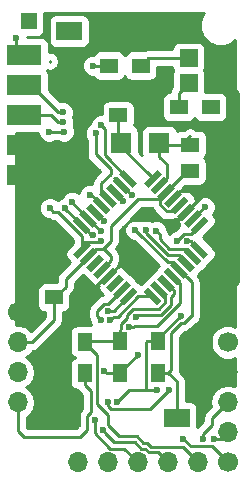
<source format=gtl>
G04 #@! TF.FileFunction,Copper,L1,Top,Signal*
%FSLAX46Y46*%
G04 Gerber Fmt 4.6, Leading zero omitted, Abs format (unit mm)*
G04 Created by KiCad (PCBNEW 4.0.2-stable) date 01.06.2017 12:53:20*
%MOMM*%
G01*
G04 APERTURE LIST*
%ADD10C,0.100000*%
%ADD11C,1.700000*%
%ADD12O,1.700000X1.700000*%
%ADD13R,3.000000X1.700000*%
%ADD14R,2.180000X1.600000*%
%ADD15R,1.500000X1.250000*%
%ADD16R,1.500000X1.500000*%
%ADD17R,1.300000X1.500000*%
%ADD18R,1.500000X1.300000*%
%ADD19R,1.750000X1.800000*%
%ADD20R,1.350000X1.350000*%
%ADD21C,0.600000*%
%ADD22C,0.250000*%
%ADD23C,0.254000*%
G04 APERTURE END LIST*
D10*
D11*
X170878500Y-111061500D03*
D12*
X170878500Y-113601500D03*
X170878500Y-116141500D03*
X170878500Y-118681500D03*
D13*
X171410500Y-89281000D03*
X171410500Y-94361000D03*
X171410500Y-99441000D03*
X171386500Y-91821000D03*
X171386500Y-96901000D03*
D10*
G36*
X186648834Y-102926055D02*
X187037743Y-103314964D01*
X185906372Y-104446335D01*
X185517463Y-104057426D01*
X186648834Y-102926055D01*
X186648834Y-102926055D01*
G37*
G36*
X186083148Y-102360370D02*
X186472057Y-102749279D01*
X185340686Y-103880650D01*
X184951777Y-103491741D01*
X186083148Y-102360370D01*
X186083148Y-102360370D01*
G37*
G36*
X185517463Y-101794684D02*
X185906372Y-102183593D01*
X184775001Y-103314964D01*
X184386092Y-102926055D01*
X185517463Y-101794684D01*
X185517463Y-101794684D01*
G37*
G36*
X184951778Y-101228999D02*
X185340687Y-101617908D01*
X184209316Y-102749279D01*
X183820407Y-102360370D01*
X184951778Y-101228999D01*
X184951778Y-101228999D01*
G37*
G36*
X184386092Y-100663313D02*
X184775001Y-101052222D01*
X183643630Y-102183593D01*
X183254721Y-101794684D01*
X184386092Y-100663313D01*
X184386092Y-100663313D01*
G37*
G36*
X183820407Y-100097628D02*
X184209316Y-100486537D01*
X183077945Y-101617908D01*
X182689036Y-101228999D01*
X183820407Y-100097628D01*
X183820407Y-100097628D01*
G37*
G36*
X183254721Y-99531943D02*
X183643630Y-99920852D01*
X182512259Y-101052223D01*
X182123350Y-100663314D01*
X183254721Y-99531943D01*
X183254721Y-99531943D01*
G37*
G36*
X182689036Y-98966257D02*
X183077945Y-99355166D01*
X181946574Y-100486537D01*
X181557665Y-100097628D01*
X182689036Y-98966257D01*
X182689036Y-98966257D01*
G37*
G36*
X179507055Y-99355166D02*
X179895964Y-98966257D01*
X181027335Y-100097628D01*
X180638426Y-100486537D01*
X179507055Y-99355166D01*
X179507055Y-99355166D01*
G37*
G36*
X178941370Y-99920852D02*
X179330279Y-99531943D01*
X180461650Y-100663314D01*
X180072741Y-101052223D01*
X178941370Y-99920852D01*
X178941370Y-99920852D01*
G37*
G36*
X178375684Y-100486537D02*
X178764593Y-100097628D01*
X179895964Y-101228999D01*
X179507055Y-101617908D01*
X178375684Y-100486537D01*
X178375684Y-100486537D01*
G37*
G36*
X177809999Y-101052222D02*
X178198908Y-100663313D01*
X179330279Y-101794684D01*
X178941370Y-102183593D01*
X177809999Y-101052222D01*
X177809999Y-101052222D01*
G37*
G36*
X177244313Y-101617908D02*
X177633222Y-101228999D01*
X178764593Y-102360370D01*
X178375684Y-102749279D01*
X177244313Y-101617908D01*
X177244313Y-101617908D01*
G37*
G36*
X176678628Y-102183593D02*
X177067537Y-101794684D01*
X178198908Y-102926055D01*
X177809999Y-103314964D01*
X176678628Y-102183593D01*
X176678628Y-102183593D01*
G37*
G36*
X176112943Y-102749279D02*
X176501852Y-102360370D01*
X177633223Y-103491741D01*
X177244314Y-103880650D01*
X176112943Y-102749279D01*
X176112943Y-102749279D01*
G37*
G36*
X175547257Y-103314964D02*
X175936166Y-102926055D01*
X177067537Y-104057426D01*
X176678628Y-104446335D01*
X175547257Y-103314964D01*
X175547257Y-103314964D01*
G37*
G36*
X176678628Y-104976665D02*
X177067537Y-105365574D01*
X175936166Y-106496945D01*
X175547257Y-106108036D01*
X176678628Y-104976665D01*
X176678628Y-104976665D01*
G37*
G36*
X177244314Y-105542350D02*
X177633223Y-105931259D01*
X176501852Y-107062630D01*
X176112943Y-106673721D01*
X177244314Y-105542350D01*
X177244314Y-105542350D01*
G37*
G36*
X177809999Y-106108036D02*
X178198908Y-106496945D01*
X177067537Y-107628316D01*
X176678628Y-107239407D01*
X177809999Y-106108036D01*
X177809999Y-106108036D01*
G37*
G36*
X178375684Y-106673721D02*
X178764593Y-107062630D01*
X177633222Y-108194001D01*
X177244313Y-107805092D01*
X178375684Y-106673721D01*
X178375684Y-106673721D01*
G37*
G36*
X178941370Y-107239407D02*
X179330279Y-107628316D01*
X178198908Y-108759687D01*
X177809999Y-108370778D01*
X178941370Y-107239407D01*
X178941370Y-107239407D01*
G37*
G36*
X179507055Y-107805092D02*
X179895964Y-108194001D01*
X178764593Y-109325372D01*
X178375684Y-108936463D01*
X179507055Y-107805092D01*
X179507055Y-107805092D01*
G37*
G36*
X180072741Y-108370777D02*
X180461650Y-108759686D01*
X179330279Y-109891057D01*
X178941370Y-109502148D01*
X180072741Y-108370777D01*
X180072741Y-108370777D01*
G37*
G36*
X180638426Y-108936463D02*
X181027335Y-109325372D01*
X179895964Y-110456743D01*
X179507055Y-110067834D01*
X180638426Y-108936463D01*
X180638426Y-108936463D01*
G37*
G36*
X181557665Y-109325372D02*
X181946574Y-108936463D01*
X183077945Y-110067834D01*
X182689036Y-110456743D01*
X181557665Y-109325372D01*
X181557665Y-109325372D01*
G37*
G36*
X182123350Y-108759686D02*
X182512259Y-108370777D01*
X183643630Y-109502148D01*
X183254721Y-109891057D01*
X182123350Y-108759686D01*
X182123350Y-108759686D01*
G37*
G36*
X182689036Y-108194001D02*
X183077945Y-107805092D01*
X184209316Y-108936463D01*
X183820407Y-109325372D01*
X182689036Y-108194001D01*
X182689036Y-108194001D01*
G37*
G36*
X183254721Y-107628316D02*
X183643630Y-107239407D01*
X184775001Y-108370778D01*
X184386092Y-108759687D01*
X183254721Y-107628316D01*
X183254721Y-107628316D01*
G37*
G36*
X183820407Y-107062630D02*
X184209316Y-106673721D01*
X185340687Y-107805092D01*
X184951778Y-108194001D01*
X183820407Y-107062630D01*
X183820407Y-107062630D01*
G37*
G36*
X184386092Y-106496945D02*
X184775001Y-106108036D01*
X185906372Y-107239407D01*
X185517463Y-107628316D01*
X184386092Y-106496945D01*
X184386092Y-106496945D01*
G37*
G36*
X184951777Y-105931259D02*
X185340686Y-105542350D01*
X186472057Y-106673721D01*
X186083148Y-107062630D01*
X184951777Y-105931259D01*
X184951777Y-105931259D01*
G37*
G36*
X185517463Y-105365574D02*
X185906372Y-104976665D01*
X187037743Y-106108036D01*
X186648834Y-106496945D01*
X185517463Y-105365574D01*
X185517463Y-105365574D01*
G37*
D11*
X188658500Y-113601500D03*
D12*
X188658500Y-116141500D03*
X188658500Y-118681500D03*
X188658500Y-121221500D03*
D11*
X188722000Y-123761500D03*
D12*
X186182000Y-123761500D03*
X183642000Y-123761500D03*
X181102000Y-123761500D03*
X178562000Y-123761500D03*
X176022000Y-123761500D03*
D14*
X184358500Y-120015000D03*
X175178500Y-120015000D03*
X175242000Y-87249000D03*
X184422000Y-87249000D03*
D15*
X185503500Y-99060000D03*
X188003500Y-99060000D03*
D16*
X185357500Y-91630500D03*
X188657500Y-91630500D03*
X185357500Y-89535000D03*
X188657500Y-89535000D03*
D17*
X182753000Y-113483400D03*
X182753000Y-116183400D03*
D18*
X184527200Y-93675200D03*
X187227200Y-93675200D03*
X181309000Y-90170000D03*
X178609000Y-90170000D03*
D15*
X185516200Y-96850200D03*
X188016200Y-96850200D03*
X179394800Y-94361000D03*
X181894800Y-94361000D03*
D19*
X182879400Y-96723200D03*
X179629400Y-96723200D03*
D20*
X171831000Y-86423500D03*
D17*
X179578000Y-113521500D03*
X179578000Y-116221500D03*
D15*
X173946500Y-109791500D03*
X176446500Y-109791500D03*
D17*
X176606200Y-116230400D03*
X176606200Y-113530400D03*
D21*
X185503500Y-99060000D03*
X170713400Y-87807800D03*
X179311211Y-118643793D03*
X184681349Y-111336643D03*
X182651400Y-117602000D03*
X172948600Y-108026200D03*
X175031400Y-111556800D03*
X184463620Y-103700969D03*
X182610000Y-88282000D03*
X187202444Y-93650444D03*
X186740800Y-102133400D03*
X177952400Y-95224600D03*
X177266600Y-90170000D03*
X177495200Y-95910400D03*
X175242000Y-87249000D03*
X178173279Y-103360831D03*
X185262592Y-105047466D03*
X175477635Y-101692255D03*
X177964335Y-104182336D03*
X174911941Y-102257948D03*
X177225415Y-104509118D03*
X173609000Y-102235000D03*
X177935643Y-104981834D03*
X174794569Y-95783400D03*
X180843167Y-104079582D03*
X173542780Y-95782303D03*
X181761665Y-104093553D03*
X174752000Y-94970600D03*
X174736032Y-94102935D03*
X182606384Y-104137402D03*
X186613800Y-121742200D03*
X177933614Y-111684448D03*
X187477400Y-121767600D03*
X178521116Y-110944877D03*
X184912000Y-121772168D03*
X178737651Y-111715027D03*
X184378600Y-105029000D03*
X178079916Y-121047472D03*
X180888280Y-111444384D03*
X177395488Y-120134999D03*
X180304297Y-112259829D03*
X180568582Y-101093042D03*
X181111980Y-114637258D03*
X178206400Y-116052600D03*
X183733480Y-117602000D03*
X178511200Y-118643400D03*
X179807225Y-101635380D03*
X177012600Y-101093042D03*
D22*
X173634400Y-89754900D02*
X173634400Y-89839800D01*
X185503500Y-99060000D02*
X185628500Y-99060000D01*
X170878500Y-113601500D02*
X172080581Y-113601500D01*
X172080581Y-113601500D02*
X173946500Y-111735581D01*
X173946500Y-111735581D02*
X173946500Y-109791500D01*
X182753000Y-113483400D02*
X182753000Y-113264992D01*
X182753000Y-113264992D02*
X184681349Y-111336643D01*
X181737000Y-117602000D02*
X180416200Y-117602000D01*
X182651400Y-117602000D02*
X181737000Y-117602000D01*
X182753000Y-113483400D02*
X181853000Y-113483400D01*
X181853000Y-113483400D02*
X181737000Y-113599400D01*
X181737000Y-113599400D02*
X181737000Y-117602000D01*
X170713400Y-87807800D02*
X170713400Y-88583900D01*
X170713400Y-88583900D02*
X171410500Y-89281000D01*
X179611210Y-118343794D02*
X179311211Y-118643793D01*
X180353004Y-117602000D02*
X179611210Y-118343794D01*
X180416200Y-117602000D02*
X180353004Y-117602000D01*
X178798280Y-103772554D02*
X181076671Y-101494163D01*
X178798280Y-105003109D02*
X178798280Y-103772554D01*
X178130200Y-105671189D02*
X178798280Y-105003109D01*
X181076671Y-101494163D02*
X182812781Y-101494163D01*
X178790600Y-106273600D02*
X178790600Y-106647714D01*
X178790600Y-106647714D02*
X178004453Y-107433861D01*
X178188189Y-105671189D02*
X178790600Y-106273600D01*
X178130200Y-105671189D02*
X178188189Y-105671189D01*
X176873083Y-106302490D02*
X177509478Y-105666095D01*
X178125106Y-105666095D02*
X178130200Y-105671189D01*
X177509478Y-105666095D02*
X178125106Y-105666095D01*
X171410500Y-89281000D02*
X172060500Y-89281000D01*
X176873083Y-106302490D02*
X177392547Y-105783026D01*
X182929711Y-101611093D02*
X182812781Y-101494163D01*
X182929711Y-101929309D02*
X182929711Y-101611093D01*
X183509005Y-102508603D02*
X182929711Y-101929309D01*
X184580547Y-101989139D02*
X184061083Y-102508603D01*
X184061083Y-102508603D02*
X183509005Y-102508603D01*
X173946500Y-109791500D02*
X174071500Y-109791500D01*
X174071500Y-109791500D02*
X174946500Y-108916500D01*
X174946500Y-108916500D02*
X174946500Y-108229073D01*
X174946500Y-108229073D02*
X176236688Y-106938885D01*
X176236688Y-106938885D02*
X176873083Y-106302490D01*
X182812781Y-101494163D02*
X183449176Y-100857768D01*
X183449176Y-100857768D02*
X185246944Y-99060000D01*
X185246944Y-99060000D02*
X185503500Y-99060000D01*
X171551600Y-108026200D02*
X170878500Y-108699300D01*
X170878500Y-108699300D02*
X170878500Y-111061500D01*
X172948600Y-108026200D02*
X171551600Y-108026200D01*
X175031400Y-111556800D02*
X175031400Y-111206600D01*
X175031400Y-111206600D02*
X176446500Y-109791500D01*
X187273890Y-111210447D02*
X187273890Y-110786183D01*
X189534800Y-108525273D02*
X187573889Y-110486184D01*
X187273890Y-114756890D02*
X187273890Y-111210447D01*
X188657500Y-91630500D02*
X189534800Y-92507800D01*
X189534800Y-92507800D02*
X189534800Y-108525273D01*
X187573889Y-110486184D02*
X187273890Y-110786183D01*
X188658500Y-116141500D02*
X187273890Y-114756890D01*
X180721000Y-103200200D02*
X180467000Y-103200200D01*
X179730400Y-106832400D02*
X179603400Y-106959400D01*
X179730400Y-103936800D02*
X179730400Y-106832400D01*
X180467000Y-103200200D02*
X179730400Y-103936800D01*
X175156334Y-120015000D02*
X175178500Y-120015000D01*
X184150000Y-103200200D02*
X184150000Y-103191219D01*
X180721000Y-103200200D02*
X184150000Y-103200200D01*
X184463620Y-103276705D02*
X184463620Y-103700969D01*
X184463620Y-103237436D02*
X184463620Y-103276705D01*
X185146232Y-102554824D02*
X184463620Y-103237436D01*
X171348400Y-99503100D02*
X171410500Y-99441000D01*
X184422000Y-87249000D02*
X183082000Y-87249000D01*
X183082000Y-87249000D02*
X182610000Y-87721000D01*
X182610000Y-87721000D02*
X182610000Y-88282000D01*
X172643800Y-96901000D02*
X171386500Y-96901000D01*
X175178500Y-120015000D02*
X174888500Y-120015000D01*
X179603400Y-106959400D02*
X179603400Y-106966286D01*
X179603400Y-106966286D02*
X178570139Y-107999547D01*
X184509837Y-103191219D02*
X184150000Y-103191219D01*
X185146232Y-102554824D02*
X184509837Y-103191219D01*
X176446500Y-109791500D02*
X176571500Y-109791500D01*
X176571500Y-109791500D02*
X178363453Y-107999547D01*
X178363453Y-107999547D02*
X178570139Y-107999547D01*
X188657500Y-91630500D02*
X187657500Y-91630500D01*
X184014861Y-101423453D02*
X184651256Y-100787058D01*
X184651256Y-100787058D02*
X186151442Y-100787058D01*
X186151442Y-100787058D02*
X187878500Y-99060000D01*
X187878500Y-99060000D02*
X188003500Y-99060000D01*
X185146232Y-102554824D02*
X188003500Y-99697556D01*
X188003500Y-99697556D02*
X188003500Y-99060000D01*
X186740800Y-102133400D02*
X186699027Y-102133400D01*
X186699027Y-102133400D02*
X185711917Y-103120510D01*
X180267195Y-99726397D02*
X178533998Y-97993200D01*
X177952400Y-95224600D02*
X178252399Y-95524599D01*
X178252399Y-95524599D02*
X178252399Y-97711601D01*
X178252399Y-97711601D02*
X178533998Y-97993200D01*
X178609000Y-90170000D02*
X177266600Y-90170000D01*
X177495200Y-95910400D02*
X177495200Y-97663000D01*
X177495200Y-97663000D02*
X178765200Y-98933000D01*
X178765200Y-99314000D02*
X177933744Y-100145456D01*
X177933744Y-100145456D02*
X177933744Y-100787058D01*
X177933744Y-100787058D02*
X178570139Y-101423453D01*
X178765200Y-98933000D02*
X178765200Y-99314000D01*
X177438768Y-102554824D02*
X178173279Y-103289335D01*
X178173279Y-103289335D02*
X178173279Y-103360831D01*
X186277603Y-105736805D02*
X185588264Y-105047466D01*
X185588264Y-105047466D02*
X185262592Y-105047466D01*
X184527200Y-93675200D02*
X184527200Y-92460800D01*
X184527200Y-92460800D02*
X185357500Y-91630500D01*
X185357500Y-89535000D02*
X181944000Y-89535000D01*
X181944000Y-89535000D02*
X181309000Y-90170000D01*
X175477635Y-101725062D02*
X175477635Y-101692255D01*
X176873083Y-103120510D02*
X175477635Y-101725062D01*
X176873083Y-103120510D02*
X177934909Y-104182336D01*
X177934909Y-104182336D02*
X177964335Y-104182336D01*
X174911941Y-102290739D02*
X174911941Y-102257948D01*
X176307397Y-103686195D02*
X174911941Y-102290739D01*
X176307397Y-103686195D02*
X177130320Y-104509118D01*
X177130320Y-104509118D02*
X177225415Y-104509118D01*
X174264599Y-102534999D02*
X176307397Y-104577797D01*
X176307397Y-104577797D02*
X176307397Y-105736805D01*
X173609000Y-102235000D02*
X173908999Y-102534999D01*
X173908999Y-102534999D02*
X174264599Y-102534999D01*
X177783358Y-105134119D02*
X177935643Y-104981834D01*
X176307397Y-105736805D02*
X176307397Y-105247896D01*
X176421174Y-105134119D02*
X177783358Y-105134119D01*
X176307397Y-105247896D02*
X176421174Y-105134119D01*
X182753000Y-116183400D02*
X183653000Y-116183400D01*
X183653000Y-116183400D02*
X184358500Y-116888900D01*
X184358500Y-116888900D02*
X184358500Y-118965000D01*
X184358500Y-118965000D02*
X184358500Y-120015000D01*
X185633001Y-111379000D02*
X185633001Y-108486315D01*
X183896000Y-115940400D02*
X183896000Y-112791152D01*
X183896000Y-112791152D02*
X184725508Y-111961644D01*
X184725508Y-111961644D02*
X184981350Y-111961644D01*
X184981350Y-111961644D02*
X185563994Y-111379000D01*
X185563994Y-111379000D02*
X185633001Y-111379000D01*
X183653000Y-116183400D02*
X183896000Y-115940400D01*
X173542780Y-95782303D02*
X174793472Y-95782303D01*
X174793472Y-95782303D02*
X174794569Y-95783400D01*
X181163781Y-104379581D02*
X183581666Y-106797466D01*
X183581666Y-106797466D02*
X183944152Y-106797466D01*
X183944152Y-106797466D02*
X184580547Y-107433861D01*
X180843167Y-104079582D02*
X181143166Y-104379581D01*
X181143166Y-104379581D02*
X181163781Y-104379581D01*
X185633001Y-108486315D02*
X185216942Y-108070256D01*
X185216942Y-108070256D02*
X184580547Y-107433861D01*
X184658000Y-119715500D02*
X184358500Y-120015000D01*
X183652391Y-106231781D02*
X181761665Y-104341055D01*
X185146232Y-106868176D02*
X184509837Y-106231781D01*
X184509837Y-106231781D02*
X183652391Y-106231781D01*
X181761665Y-104341055D02*
X181761665Y-104093553D01*
X173718136Y-94361000D02*
X174327736Y-94970600D01*
X171410500Y-94361000D02*
X173718136Y-94361000D01*
X174327736Y-94970600D02*
X174752000Y-94970600D01*
X174318435Y-94102935D02*
X174736032Y-94102935D01*
X172036500Y-91821000D02*
X174318435Y-94102935D01*
X171386500Y-91821000D02*
X172036500Y-91821000D01*
X182906383Y-104437401D02*
X182606384Y-104137402D01*
X185711917Y-106302490D02*
X185063428Y-105654001D01*
X185063428Y-105654001D02*
X183711021Y-105654001D01*
X183711021Y-105654001D02*
X182906383Y-104849363D01*
X182906383Y-104849363D02*
X182906383Y-104437401D01*
X186613800Y-121742200D02*
X186613800Y-121317936D01*
X186613800Y-121317936D02*
X187357936Y-120573800D01*
X187357936Y-120573800D02*
X187357936Y-119982064D01*
X187357936Y-119982064D02*
X188658500Y-118681500D01*
X188658500Y-118910100D02*
X188658500Y-118681500D01*
X177633615Y-110907848D02*
X177633615Y-111384449D01*
X178221588Y-110319875D02*
X177633615Y-110907848D01*
X179701510Y-109130917D02*
X178512552Y-110319875D01*
X178512552Y-110319875D02*
X178221588Y-110319875D01*
X177633615Y-111384449D02*
X177933614Y-111684448D01*
X187477400Y-121767600D02*
X188112400Y-121767600D01*
X188112400Y-121767600D02*
X188658500Y-121221500D01*
X178945380Y-110944877D02*
X178521116Y-110944877D01*
X179018921Y-110944877D02*
X178945380Y-110944877D01*
X180267195Y-109696603D02*
X179018921Y-110944877D01*
X187872001Y-122911501D02*
X188722000Y-123761500D01*
X185532433Y-122392601D02*
X187353101Y-122392601D01*
X187353101Y-122392601D02*
X187872001Y-122911501D01*
X184912000Y-121772168D02*
X185532433Y-122392601D01*
X179397313Y-111415028D02*
X179037650Y-111415028D01*
X181115738Y-109696603D02*
X179397313Y-111415028D01*
X179037650Y-111415028D02*
X178737651Y-111715027D01*
X182317805Y-109696603D02*
X181115738Y-109696603D01*
X181590597Y-109696603D02*
X182317805Y-109696603D01*
X182317805Y-109696603D02*
X182317805Y-109705995D01*
X184962591Y-104422465D02*
X185541333Y-104422465D01*
X185541333Y-104422465D02*
X186277603Y-103686195D01*
X184378600Y-105029000D02*
X184637591Y-104770009D01*
X184637591Y-104770009D02*
X184637591Y-104747465D01*
X184637591Y-104747465D02*
X184962591Y-104422465D01*
X178535227Y-119728410D02*
X178535227Y-120619289D01*
X180964398Y-121564400D02*
X181536486Y-122136488D01*
X178535227Y-120619289D02*
X179480338Y-121564400D01*
X179480338Y-121564400D02*
X180964398Y-121564400D01*
X185332001Y-122911501D02*
X186182000Y-123761500D01*
X181852401Y-122136488D02*
X182159313Y-122443401D01*
X181536486Y-122136488D02*
X181852401Y-122136488D01*
X182159313Y-122443401D02*
X184863901Y-122443401D01*
X177581201Y-118774384D02*
X178535227Y-119728410D01*
X177581201Y-117703600D02*
X177581201Y-118774384D01*
X184863901Y-122443401D02*
X185332001Y-122911501D01*
X177644151Y-114668351D02*
X177644151Y-115280389D01*
X176606200Y-113630400D02*
X177644151Y-114668351D01*
X176606200Y-113530400D02*
X176606200Y-113630400D01*
X177581201Y-115343339D02*
X177581201Y-117703600D01*
X177644151Y-115280389D02*
X177581201Y-115343339D01*
X177581201Y-117703600D02*
X177581201Y-118491000D01*
X183402955Y-110202459D02*
X183402955Y-109650382D01*
X180145013Y-111303740D02*
X180667000Y-110781753D01*
X179646937Y-112033278D02*
X180145013Y-111535202D01*
X179578000Y-112521500D02*
X179646937Y-112452563D01*
X179578000Y-113521500D02*
X179578000Y-112521500D01*
X183402955Y-109650382D02*
X182883490Y-109130917D01*
X180667000Y-110781753D02*
X182823661Y-110781753D01*
X179646937Y-112452563D02*
X179646937Y-112033278D01*
X180145013Y-111535202D02*
X180145013Y-111303740D01*
X182823661Y-110781753D02*
X183402955Y-110202459D01*
X179578000Y-113521500D02*
X176615100Y-113521500D01*
X176615100Y-113521500D02*
X176606200Y-113530400D01*
X179578000Y-113421500D02*
X179578000Y-113521500D01*
X179578000Y-113521500D02*
X179578000Y-113621500D01*
X182792001Y-122911501D02*
X181991003Y-122911501D01*
X180785187Y-122021600D02*
X179054044Y-122021600D01*
X181666001Y-122586499D02*
X181350086Y-122586499D01*
X179054044Y-122021600D02*
X178379915Y-121347471D01*
X181350086Y-122586499D02*
X180785187Y-122021600D01*
X183642000Y-123761500D02*
X182792001Y-122911501D01*
X178379915Y-121347471D02*
X178079916Y-121047472D01*
X181991003Y-122911501D02*
X181666001Y-122586499D01*
X180888280Y-111444384D02*
X181037400Y-111295264D01*
X181037400Y-111295264D02*
X181185736Y-111295264D01*
X181185736Y-111295264D02*
X183007000Y-111295264D01*
X182999464Y-111302800D02*
X183007000Y-111295264D01*
X183007000Y-111295264D02*
X183007000Y-111277400D01*
X183007000Y-111277400D02*
X183007000Y-111295264D01*
X183852966Y-110449298D02*
X183007000Y-111295264D01*
X183449176Y-108565232D02*
X184085571Y-109201627D01*
X184085571Y-109201627D02*
X184085571Y-109519842D01*
X184085571Y-109519842D02*
X183852966Y-109752447D01*
X183852966Y-109752447D02*
X183852966Y-110449298D01*
X177395488Y-121288048D02*
X177395488Y-120559263D01*
X178693939Y-122586499D02*
X177395488Y-121288048D01*
X179926999Y-122586499D02*
X178693939Y-122586499D01*
X181102000Y-123761500D02*
X179926999Y-122586499D01*
X177395488Y-120559263D02*
X177395488Y-120134999D01*
X180728561Y-112259829D02*
X180304297Y-112259829D01*
X180738601Y-112249789D02*
X180728561Y-112259829D01*
X182688885Y-112249789D02*
X180738601Y-112249789D01*
X184651256Y-110287418D02*
X182688885Y-112249789D01*
X184651256Y-108635942D02*
X184651256Y-110287418D01*
X184014861Y-107999547D02*
X184651256Y-108635942D01*
X182879400Y-96723200D02*
X182879400Y-97873200D01*
X182879400Y-97873200D02*
X183519885Y-98513685D01*
X183519885Y-98513685D02*
X183519885Y-99655688D01*
X183519885Y-99655688D02*
X182883490Y-100292083D01*
X185516200Y-96850200D02*
X183006400Y-96850200D01*
X183006400Y-96850200D02*
X182879400Y-96723200D01*
X185249500Y-96393000D02*
X185503500Y-96139000D01*
X179394800Y-94361000D02*
X179394800Y-96488600D01*
X179394800Y-96488600D02*
X179629400Y-96723200D01*
X179629400Y-96723200D02*
X179629400Y-97037992D01*
X179629400Y-97037992D02*
X182052641Y-99461233D01*
X182052641Y-99461233D02*
X182317805Y-99726397D01*
X179701510Y-100292083D02*
X180502469Y-101093042D01*
X180502469Y-101093042D02*
X180568582Y-101093042D01*
X179701510Y-100292083D02*
X179065115Y-99655688D01*
X181062242Y-114637258D02*
X181111980Y-114637258D01*
X179578000Y-116121500D02*
X181062242Y-114637258D01*
X179578000Y-116221500D02*
X179578000Y-116121500D01*
X179578000Y-116221500D02*
X178470923Y-116221500D01*
X178470923Y-116221500D02*
X178206400Y-116052600D01*
X183433481Y-117901999D02*
X183733480Y-117602000D01*
X182057080Y-119278400D02*
X183433481Y-117901999D01*
X178993800Y-119278400D02*
X182057080Y-119278400D01*
X178817410Y-119278400D02*
X178993800Y-119278400D01*
X178511200Y-118972190D02*
X178817410Y-119278400D01*
X178511200Y-118643400D02*
X178511200Y-118972190D01*
X178993800Y-119278400D02*
X178721627Y-119278400D01*
X171399200Y-121640600D02*
X170878500Y-121119900D01*
X170878500Y-121119900D02*
X170878500Y-118681500D01*
X176123600Y-121640600D02*
X171399200Y-121640600D01*
X176770487Y-120993713D02*
X176123600Y-121640600D01*
X177131191Y-119474294D02*
X176770487Y-119834998D01*
X176770487Y-119834998D02*
X176770487Y-120993713D01*
X177131191Y-117755391D02*
X177131191Y-119474294D01*
X176606200Y-116230400D02*
X176606200Y-117230400D01*
X176606200Y-117230400D02*
X177131191Y-117755391D01*
X179807225Y-101529169D02*
X179807225Y-101635380D01*
X179135824Y-100857768D02*
X179807225Y-101529169D01*
X177108356Y-101093042D02*
X177012600Y-101093042D01*
X178004453Y-101989139D02*
X177108356Y-101093042D01*
D23*
G36*
X176609728Y-108086125D02*
X176718602Y-108160516D01*
X176786504Y-108262901D01*
X177175413Y-108651810D01*
X177373116Y-108786895D01*
X177624278Y-108841379D01*
X177752214Y-108817306D01*
X177728306Y-108927519D01*
X177775830Y-109180090D01*
X177917875Y-109394272D01*
X178106392Y-109582789D01*
X177930748Y-109617727D01*
X177684187Y-109782474D01*
X177096214Y-110370447D01*
X176931467Y-110617009D01*
X176873615Y-110907848D01*
X176873615Y-111384449D01*
X176931467Y-111675288D01*
X176998534Y-111775661D01*
X176998452Y-111869615D01*
X177107264Y-112132960D01*
X175956200Y-112132960D01*
X175720883Y-112177238D01*
X175504759Y-112316310D01*
X175359769Y-112528510D01*
X175308760Y-112780400D01*
X175308760Y-114280400D01*
X175353038Y-114515717D01*
X175492110Y-114731841D01*
X175704310Y-114876831D01*
X175717397Y-114879481D01*
X175504759Y-115016310D01*
X175359769Y-115228510D01*
X175308760Y-115480400D01*
X175308760Y-116980400D01*
X175353038Y-117215717D01*
X175492110Y-117431841D01*
X175704310Y-117576831D01*
X175956200Y-117627840D01*
X175975280Y-117627840D01*
X176068799Y-117767801D01*
X176371191Y-118070193D01*
X176371191Y-119159492D01*
X176233086Y-119297597D01*
X176068339Y-119544159D01*
X176010487Y-119834998D01*
X176010487Y-120678911D01*
X175808798Y-120880600D01*
X171714002Y-120880600D01*
X171638500Y-120805098D01*
X171638500Y-119944801D01*
X171957647Y-119731554D01*
X172279554Y-119249785D01*
X172392593Y-118681500D01*
X172279554Y-118113215D01*
X171957647Y-117631446D01*
X171628474Y-117411500D01*
X171957647Y-117191554D01*
X172279554Y-116709785D01*
X172392593Y-116141500D01*
X172279554Y-115573215D01*
X171957647Y-115091446D01*
X171628474Y-114871500D01*
X171957647Y-114651554D01*
X172162318Y-114345241D01*
X172371420Y-114303648D01*
X172617982Y-114138901D01*
X174483901Y-112272982D01*
X174648648Y-112026420D01*
X174706500Y-111735581D01*
X174706500Y-111062058D01*
X174931817Y-111019662D01*
X175147941Y-110880590D01*
X175292931Y-110668390D01*
X175343940Y-110416500D01*
X175343940Y-109593862D01*
X175483901Y-109453901D01*
X175648648Y-109207339D01*
X175706500Y-108916500D01*
X175706500Y-108543875D01*
X176386989Y-107863386D01*
X176609728Y-108086125D01*
X176609728Y-108086125D01*
G37*
X176609728Y-108086125D02*
X176718602Y-108160516D01*
X176786504Y-108262901D01*
X177175413Y-108651810D01*
X177373116Y-108786895D01*
X177624278Y-108841379D01*
X177752214Y-108817306D01*
X177728306Y-108927519D01*
X177775830Y-109180090D01*
X177917875Y-109394272D01*
X178106392Y-109582789D01*
X177930748Y-109617727D01*
X177684187Y-109782474D01*
X177096214Y-110370447D01*
X176931467Y-110617009D01*
X176873615Y-110907848D01*
X176873615Y-111384449D01*
X176931467Y-111675288D01*
X176998534Y-111775661D01*
X176998452Y-111869615D01*
X177107264Y-112132960D01*
X175956200Y-112132960D01*
X175720883Y-112177238D01*
X175504759Y-112316310D01*
X175359769Y-112528510D01*
X175308760Y-112780400D01*
X175308760Y-114280400D01*
X175353038Y-114515717D01*
X175492110Y-114731841D01*
X175704310Y-114876831D01*
X175717397Y-114879481D01*
X175504759Y-115016310D01*
X175359769Y-115228510D01*
X175308760Y-115480400D01*
X175308760Y-116980400D01*
X175353038Y-117215717D01*
X175492110Y-117431841D01*
X175704310Y-117576831D01*
X175956200Y-117627840D01*
X175975280Y-117627840D01*
X176068799Y-117767801D01*
X176371191Y-118070193D01*
X176371191Y-119159492D01*
X176233086Y-119297597D01*
X176068339Y-119544159D01*
X176010487Y-119834998D01*
X176010487Y-120678911D01*
X175808798Y-120880600D01*
X171714002Y-120880600D01*
X171638500Y-120805098D01*
X171638500Y-119944801D01*
X171957647Y-119731554D01*
X172279554Y-119249785D01*
X172392593Y-118681500D01*
X172279554Y-118113215D01*
X171957647Y-117631446D01*
X171628474Y-117411500D01*
X171957647Y-117191554D01*
X172279554Y-116709785D01*
X172392593Y-116141500D01*
X172279554Y-115573215D01*
X171957647Y-115091446D01*
X171628474Y-114871500D01*
X171957647Y-114651554D01*
X172162318Y-114345241D01*
X172371420Y-114303648D01*
X172617982Y-114138901D01*
X174483901Y-112272982D01*
X174648648Y-112026420D01*
X174706500Y-111735581D01*
X174706500Y-111062058D01*
X174931817Y-111019662D01*
X175147941Y-110880590D01*
X175292931Y-110668390D01*
X175343940Y-110416500D01*
X175343940Y-109593862D01*
X175483901Y-109453901D01*
X175648648Y-109207339D01*
X175706500Y-108916500D01*
X175706500Y-108543875D01*
X176386989Y-107863386D01*
X176609728Y-108086125D01*
G36*
X186616996Y-85756918D02*
X186352301Y-86394373D01*
X186351699Y-87084599D01*
X186615281Y-87722515D01*
X187102918Y-88211004D01*
X187740373Y-88475699D01*
X188430599Y-88476301D01*
X189068515Y-88212719D01*
X189290000Y-87991620D01*
X189290000Y-112255787D01*
X188955181Y-112116758D01*
X188364411Y-112116243D01*
X187818414Y-112341844D01*
X187400312Y-112759217D01*
X187173758Y-113304819D01*
X187173243Y-113895589D01*
X187398844Y-114441586D01*
X187816217Y-114859688D01*
X188361819Y-115086242D01*
X188952589Y-115086757D01*
X189290000Y-114947342D01*
X189290000Y-117332339D01*
X189255878Y-117309539D01*
X188687593Y-117196500D01*
X188629407Y-117196500D01*
X188061122Y-117309539D01*
X187579353Y-117631446D01*
X187257446Y-118113215D01*
X187144407Y-118681500D01*
X187217290Y-119047908D01*
X186820535Y-119444663D01*
X186655788Y-119691225D01*
X186597936Y-119982064D01*
X186597936Y-120258998D01*
X186095940Y-120760994D01*
X186095940Y-119215000D01*
X186051662Y-118979683D01*
X185912590Y-118763559D01*
X185700390Y-118618569D01*
X185448500Y-118567560D01*
X185118500Y-118567560D01*
X185118500Y-116888900D01*
X185060648Y-116598061D01*
X184895901Y-116351499D01*
X184627596Y-116083194D01*
X184656000Y-115940400D01*
X184656000Y-113105954D01*
X185054950Y-112707004D01*
X185272189Y-112663792D01*
X185518751Y-112499045D01*
X185962439Y-112055357D01*
X186170402Y-111916401D01*
X186335149Y-111669839D01*
X186393001Y-111379000D01*
X186393001Y-108486315D01*
X186353769Y-108289085D01*
X186335149Y-108195475D01*
X186170402Y-107948914D01*
X186141443Y-107919955D01*
X186364181Y-107697216D01*
X186438573Y-107588340D01*
X186540957Y-107520439D01*
X186929866Y-107131530D01*
X187004256Y-107022657D01*
X187106643Y-106954754D01*
X187495552Y-106565845D01*
X187630637Y-106368142D01*
X187685121Y-106116980D01*
X187637597Y-105864409D01*
X187495552Y-105650227D01*
X186556825Y-104711500D01*
X187495552Y-103772773D01*
X187630637Y-103575070D01*
X187685121Y-103323908D01*
X187637597Y-103071337D01*
X187495552Y-102857155D01*
X187417457Y-102779060D01*
X187532992Y-102663727D01*
X187675638Y-102320199D01*
X187675962Y-101948233D01*
X187533917Y-101604457D01*
X187271127Y-101341208D01*
X186927599Y-101198562D01*
X186555633Y-101198238D01*
X186211857Y-101340283D01*
X185978059Y-101573673D01*
X185940541Y-101374281D01*
X185798496Y-101160099D01*
X185409587Y-100771190D01*
X185211884Y-100636105D01*
X184960722Y-100581621D01*
X184832786Y-100605694D01*
X184848502Y-100533244D01*
X185049306Y-100332440D01*
X186253500Y-100332440D01*
X186488817Y-100288162D01*
X186704941Y-100149090D01*
X186849931Y-99936890D01*
X186900940Y-99685000D01*
X186900940Y-98435000D01*
X186856662Y-98199683D01*
X186717590Y-97983559D01*
X186684248Y-97960778D01*
X186717641Y-97939290D01*
X186862631Y-97727090D01*
X186913640Y-97475200D01*
X186913640Y-96225200D01*
X186869362Y-95989883D01*
X186730290Y-95773759D01*
X186518090Y-95628769D01*
X186266200Y-95577760D01*
X186005223Y-95577760D01*
X185794339Y-95436852D01*
X185503500Y-95379000D01*
X185212660Y-95436852D01*
X185001777Y-95577760D01*
X184766200Y-95577760D01*
X184530883Y-95622038D01*
X184382014Y-95717833D01*
X184357562Y-95587883D01*
X184218490Y-95371759D01*
X184006290Y-95226769D01*
X183754400Y-95175760D01*
X182004400Y-95175760D01*
X181769083Y-95220038D01*
X181552959Y-95359110D01*
X181407969Y-95571310D01*
X181356960Y-95823200D01*
X181356960Y-97623200D01*
X181372616Y-97706406D01*
X181151840Y-97485630D01*
X181151840Y-95823200D01*
X181107562Y-95587883D01*
X180968490Y-95371759D01*
X180756290Y-95226769D01*
X180743988Y-95224278D01*
X180792240Y-94986000D01*
X180792240Y-93736000D01*
X180747962Y-93500683D01*
X180608890Y-93284559D01*
X180396690Y-93139569D01*
X180144800Y-93088560D01*
X178644800Y-93088560D01*
X178409483Y-93132838D01*
X178193359Y-93271910D01*
X178048369Y-93484110D01*
X177997360Y-93736000D01*
X177997360Y-94289638D01*
X177767233Y-94289438D01*
X177423457Y-94431483D01*
X177160208Y-94694273D01*
X177017562Y-95037801D01*
X177017511Y-95096105D01*
X176966257Y-95117283D01*
X176703008Y-95380073D01*
X176560362Y-95723601D01*
X176560038Y-96095567D01*
X176702083Y-96439343D01*
X176735200Y-96472518D01*
X176735200Y-97663000D01*
X176793052Y-97953839D01*
X176957799Y-98200401D01*
X177880898Y-99123500D01*
X177396343Y-99608055D01*
X177231596Y-99854617D01*
X177173744Y-100145456D01*
X177173744Y-100158182D01*
X176827433Y-100157880D01*
X176483657Y-100299925D01*
X176220408Y-100562715D01*
X176077762Y-100906243D01*
X176077707Y-100969929D01*
X176007962Y-100900063D01*
X175664434Y-100757417D01*
X175292468Y-100757093D01*
X174948692Y-100899138D01*
X174685443Y-101161928D01*
X174596255Y-101376715D01*
X174382998Y-101464831D01*
X174271961Y-101575674D01*
X174139327Y-101442808D01*
X173795799Y-101300162D01*
X173423833Y-101299838D01*
X173080057Y-101441883D01*
X172816808Y-101704673D01*
X172674162Y-102048201D01*
X172673838Y-102420167D01*
X172815883Y-102763943D01*
X173078673Y-103027192D01*
X173422201Y-103169838D01*
X173517549Y-103169921D01*
X173618160Y-103237147D01*
X173908999Y-103294999D01*
X173949797Y-103294999D01*
X175547397Y-104892599D01*
X175547397Y-105192278D01*
X175089448Y-105650227D01*
X174954363Y-105847930D01*
X174899879Y-106099092D01*
X174947403Y-106351663D01*
X175089448Y-106565845D01*
X175312187Y-106788584D01*
X174409099Y-107691672D01*
X174244352Y-107938234D01*
X174186500Y-108229073D01*
X174186500Y-108519060D01*
X173196500Y-108519060D01*
X172961183Y-108563338D01*
X172745059Y-108702410D01*
X172600069Y-108914610D01*
X172549060Y-109166500D01*
X172549060Y-110416500D01*
X172593338Y-110651817D01*
X172732410Y-110867941D01*
X172944610Y-111012931D01*
X173186500Y-111061915D01*
X173186500Y-111420779D01*
X171996975Y-112610304D01*
X171957647Y-112551446D01*
X171475878Y-112229539D01*
X170907593Y-112116500D01*
X170849407Y-112116500D01*
X170710000Y-112144230D01*
X170710000Y-95858440D01*
X172607713Y-95858440D01*
X172607618Y-95967470D01*
X172749663Y-96311246D01*
X173012453Y-96574495D01*
X173355981Y-96717141D01*
X173727947Y-96717465D01*
X174071723Y-96575420D01*
X174104898Y-96542303D01*
X174231011Y-96542303D01*
X174264242Y-96575592D01*
X174607770Y-96718238D01*
X174979736Y-96718562D01*
X175323512Y-96576517D01*
X175586761Y-96313727D01*
X175729407Y-95970199D01*
X175729731Y-95598233D01*
X175617038Y-95325495D01*
X175686838Y-95157399D01*
X175687162Y-94785433D01*
X175576374Y-94517305D01*
X175670870Y-94289734D01*
X175671194Y-93917768D01*
X175529149Y-93573992D01*
X175266359Y-93310743D01*
X174922831Y-93168097D01*
X174550865Y-93167773D01*
X174485205Y-93194903D01*
X173533940Y-92243638D01*
X173533940Y-90971000D01*
X173489662Y-90735683D01*
X173381126Y-90567013D01*
X173391708Y-90551525D01*
X173634400Y-90599800D01*
X173925239Y-90541948D01*
X174171801Y-90377201D01*
X174186523Y-90355167D01*
X176331438Y-90355167D01*
X176473483Y-90698943D01*
X176736273Y-90962192D01*
X177079801Y-91104838D01*
X177287820Y-91105019D01*
X177394910Y-91271441D01*
X177607110Y-91416431D01*
X177859000Y-91467440D01*
X179359000Y-91467440D01*
X179594317Y-91423162D01*
X179810441Y-91284090D01*
X179955431Y-91071890D01*
X179958081Y-91058803D01*
X180094910Y-91271441D01*
X180307110Y-91416431D01*
X180559000Y-91467440D01*
X182059000Y-91467440D01*
X182294317Y-91423162D01*
X182510441Y-91284090D01*
X182655431Y-91071890D01*
X182706440Y-90820000D01*
X182706440Y-90295000D01*
X183961942Y-90295000D01*
X184004338Y-90520317D01*
X184043490Y-90581161D01*
X184011069Y-90628610D01*
X183960060Y-90880500D01*
X183960060Y-91967907D01*
X183825052Y-92169961D01*
X183783718Y-92377760D01*
X183777200Y-92377760D01*
X183541883Y-92422038D01*
X183325759Y-92561110D01*
X183180769Y-92773310D01*
X183129760Y-93025200D01*
X183129760Y-94325200D01*
X183174038Y-94560517D01*
X183313110Y-94776641D01*
X183525310Y-94921631D01*
X183777200Y-94972640D01*
X185277200Y-94972640D01*
X185512517Y-94928362D01*
X185728641Y-94789290D01*
X185873631Y-94577090D01*
X185876281Y-94564003D01*
X186013110Y-94776641D01*
X186225310Y-94921631D01*
X186477200Y-94972640D01*
X187977200Y-94972640D01*
X188212517Y-94928362D01*
X188428641Y-94789290D01*
X188573631Y-94577090D01*
X188624640Y-94325200D01*
X188624640Y-93025200D01*
X188580362Y-92789883D01*
X188441290Y-92573759D01*
X188229090Y-92428769D01*
X187977200Y-92377760D01*
X186754940Y-92377760D01*
X186754940Y-90880500D01*
X186710662Y-90645183D01*
X186671510Y-90584339D01*
X186703931Y-90536890D01*
X186754940Y-90285000D01*
X186754940Y-88785000D01*
X186710662Y-88549683D01*
X186571590Y-88333559D01*
X186359390Y-88188569D01*
X186107500Y-88137560D01*
X184607500Y-88137560D01*
X184372183Y-88181838D01*
X184156059Y-88320910D01*
X184011069Y-88533110D01*
X183962085Y-88775000D01*
X181944000Y-88775000D01*
X181653161Y-88832852D01*
X181593734Y-88872560D01*
X180559000Y-88872560D01*
X180323683Y-88916838D01*
X180107559Y-89055910D01*
X179962569Y-89268110D01*
X179959919Y-89281197D01*
X179823090Y-89068559D01*
X179610890Y-88923569D01*
X179359000Y-88872560D01*
X177859000Y-88872560D01*
X177623683Y-88916838D01*
X177407559Y-89055910D01*
X177285182Y-89235015D01*
X177081433Y-89234838D01*
X176737657Y-89376883D01*
X176474408Y-89639673D01*
X176331762Y-89983201D01*
X176331438Y-90355167D01*
X174186523Y-90355167D01*
X174336548Y-90130639D01*
X174394400Y-89839800D01*
X174394400Y-89754900D01*
X174336548Y-89464061D01*
X174171801Y-89217499D01*
X173925239Y-89052752D01*
X173634400Y-88994900D01*
X173557940Y-89010109D01*
X173557940Y-88431000D01*
X173513662Y-88195683D01*
X173374590Y-87979559D01*
X173162390Y-87834569D01*
X172910500Y-87783560D01*
X171648422Y-87783560D01*
X171648455Y-87745940D01*
X172506000Y-87745940D01*
X172741317Y-87701662D01*
X172957441Y-87562590D01*
X173102431Y-87350390D01*
X173153440Y-87098500D01*
X173153440Y-86449000D01*
X173504560Y-86449000D01*
X173504560Y-88049000D01*
X173548838Y-88284317D01*
X173687910Y-88500441D01*
X173900110Y-88645431D01*
X174152000Y-88696440D01*
X176332000Y-88696440D01*
X176567317Y-88652162D01*
X176783441Y-88513090D01*
X176928431Y-88300890D01*
X176979440Y-88049000D01*
X176979440Y-86449000D01*
X176935162Y-86213683D01*
X176796090Y-85997559D01*
X176583890Y-85852569D01*
X176332000Y-85801560D01*
X174152000Y-85801560D01*
X173916683Y-85845838D01*
X173700559Y-85984910D01*
X173555569Y-86197110D01*
X173504560Y-86449000D01*
X173153440Y-86449000D01*
X173153440Y-85748500D01*
X173146196Y-85710000D01*
X186663996Y-85710000D01*
X186616996Y-85756918D01*
X186616996Y-85756918D01*
G37*
X186616996Y-85756918D02*
X186352301Y-86394373D01*
X186351699Y-87084599D01*
X186615281Y-87722515D01*
X187102918Y-88211004D01*
X187740373Y-88475699D01*
X188430599Y-88476301D01*
X189068515Y-88212719D01*
X189290000Y-87991620D01*
X189290000Y-112255787D01*
X188955181Y-112116758D01*
X188364411Y-112116243D01*
X187818414Y-112341844D01*
X187400312Y-112759217D01*
X187173758Y-113304819D01*
X187173243Y-113895589D01*
X187398844Y-114441586D01*
X187816217Y-114859688D01*
X188361819Y-115086242D01*
X188952589Y-115086757D01*
X189290000Y-114947342D01*
X189290000Y-117332339D01*
X189255878Y-117309539D01*
X188687593Y-117196500D01*
X188629407Y-117196500D01*
X188061122Y-117309539D01*
X187579353Y-117631446D01*
X187257446Y-118113215D01*
X187144407Y-118681500D01*
X187217290Y-119047908D01*
X186820535Y-119444663D01*
X186655788Y-119691225D01*
X186597936Y-119982064D01*
X186597936Y-120258998D01*
X186095940Y-120760994D01*
X186095940Y-119215000D01*
X186051662Y-118979683D01*
X185912590Y-118763559D01*
X185700390Y-118618569D01*
X185448500Y-118567560D01*
X185118500Y-118567560D01*
X185118500Y-116888900D01*
X185060648Y-116598061D01*
X184895901Y-116351499D01*
X184627596Y-116083194D01*
X184656000Y-115940400D01*
X184656000Y-113105954D01*
X185054950Y-112707004D01*
X185272189Y-112663792D01*
X185518751Y-112499045D01*
X185962439Y-112055357D01*
X186170402Y-111916401D01*
X186335149Y-111669839D01*
X186393001Y-111379000D01*
X186393001Y-108486315D01*
X186353769Y-108289085D01*
X186335149Y-108195475D01*
X186170402Y-107948914D01*
X186141443Y-107919955D01*
X186364181Y-107697216D01*
X186438573Y-107588340D01*
X186540957Y-107520439D01*
X186929866Y-107131530D01*
X187004256Y-107022657D01*
X187106643Y-106954754D01*
X187495552Y-106565845D01*
X187630637Y-106368142D01*
X187685121Y-106116980D01*
X187637597Y-105864409D01*
X187495552Y-105650227D01*
X186556825Y-104711500D01*
X187495552Y-103772773D01*
X187630637Y-103575070D01*
X187685121Y-103323908D01*
X187637597Y-103071337D01*
X187495552Y-102857155D01*
X187417457Y-102779060D01*
X187532992Y-102663727D01*
X187675638Y-102320199D01*
X187675962Y-101948233D01*
X187533917Y-101604457D01*
X187271127Y-101341208D01*
X186927599Y-101198562D01*
X186555633Y-101198238D01*
X186211857Y-101340283D01*
X185978059Y-101573673D01*
X185940541Y-101374281D01*
X185798496Y-101160099D01*
X185409587Y-100771190D01*
X185211884Y-100636105D01*
X184960722Y-100581621D01*
X184832786Y-100605694D01*
X184848502Y-100533244D01*
X185049306Y-100332440D01*
X186253500Y-100332440D01*
X186488817Y-100288162D01*
X186704941Y-100149090D01*
X186849931Y-99936890D01*
X186900940Y-99685000D01*
X186900940Y-98435000D01*
X186856662Y-98199683D01*
X186717590Y-97983559D01*
X186684248Y-97960778D01*
X186717641Y-97939290D01*
X186862631Y-97727090D01*
X186913640Y-97475200D01*
X186913640Y-96225200D01*
X186869362Y-95989883D01*
X186730290Y-95773759D01*
X186518090Y-95628769D01*
X186266200Y-95577760D01*
X186005223Y-95577760D01*
X185794339Y-95436852D01*
X185503500Y-95379000D01*
X185212660Y-95436852D01*
X185001777Y-95577760D01*
X184766200Y-95577760D01*
X184530883Y-95622038D01*
X184382014Y-95717833D01*
X184357562Y-95587883D01*
X184218490Y-95371759D01*
X184006290Y-95226769D01*
X183754400Y-95175760D01*
X182004400Y-95175760D01*
X181769083Y-95220038D01*
X181552959Y-95359110D01*
X181407969Y-95571310D01*
X181356960Y-95823200D01*
X181356960Y-97623200D01*
X181372616Y-97706406D01*
X181151840Y-97485630D01*
X181151840Y-95823200D01*
X181107562Y-95587883D01*
X180968490Y-95371759D01*
X180756290Y-95226769D01*
X180743988Y-95224278D01*
X180792240Y-94986000D01*
X180792240Y-93736000D01*
X180747962Y-93500683D01*
X180608890Y-93284559D01*
X180396690Y-93139569D01*
X180144800Y-93088560D01*
X178644800Y-93088560D01*
X178409483Y-93132838D01*
X178193359Y-93271910D01*
X178048369Y-93484110D01*
X177997360Y-93736000D01*
X177997360Y-94289638D01*
X177767233Y-94289438D01*
X177423457Y-94431483D01*
X177160208Y-94694273D01*
X177017562Y-95037801D01*
X177017511Y-95096105D01*
X176966257Y-95117283D01*
X176703008Y-95380073D01*
X176560362Y-95723601D01*
X176560038Y-96095567D01*
X176702083Y-96439343D01*
X176735200Y-96472518D01*
X176735200Y-97663000D01*
X176793052Y-97953839D01*
X176957799Y-98200401D01*
X177880898Y-99123500D01*
X177396343Y-99608055D01*
X177231596Y-99854617D01*
X177173744Y-100145456D01*
X177173744Y-100158182D01*
X176827433Y-100157880D01*
X176483657Y-100299925D01*
X176220408Y-100562715D01*
X176077762Y-100906243D01*
X176077707Y-100969929D01*
X176007962Y-100900063D01*
X175664434Y-100757417D01*
X175292468Y-100757093D01*
X174948692Y-100899138D01*
X174685443Y-101161928D01*
X174596255Y-101376715D01*
X174382998Y-101464831D01*
X174271961Y-101575674D01*
X174139327Y-101442808D01*
X173795799Y-101300162D01*
X173423833Y-101299838D01*
X173080057Y-101441883D01*
X172816808Y-101704673D01*
X172674162Y-102048201D01*
X172673838Y-102420167D01*
X172815883Y-102763943D01*
X173078673Y-103027192D01*
X173422201Y-103169838D01*
X173517549Y-103169921D01*
X173618160Y-103237147D01*
X173908999Y-103294999D01*
X173949797Y-103294999D01*
X175547397Y-104892599D01*
X175547397Y-105192278D01*
X175089448Y-105650227D01*
X174954363Y-105847930D01*
X174899879Y-106099092D01*
X174947403Y-106351663D01*
X175089448Y-106565845D01*
X175312187Y-106788584D01*
X174409099Y-107691672D01*
X174244352Y-107938234D01*
X174186500Y-108229073D01*
X174186500Y-108519060D01*
X173196500Y-108519060D01*
X172961183Y-108563338D01*
X172745059Y-108702410D01*
X172600069Y-108914610D01*
X172549060Y-109166500D01*
X172549060Y-110416500D01*
X172593338Y-110651817D01*
X172732410Y-110867941D01*
X172944610Y-111012931D01*
X173186500Y-111061915D01*
X173186500Y-111420779D01*
X171996975Y-112610304D01*
X171957647Y-112551446D01*
X171475878Y-112229539D01*
X170907593Y-112116500D01*
X170849407Y-112116500D01*
X170710000Y-112144230D01*
X170710000Y-95858440D01*
X172607713Y-95858440D01*
X172607618Y-95967470D01*
X172749663Y-96311246D01*
X173012453Y-96574495D01*
X173355981Y-96717141D01*
X173727947Y-96717465D01*
X174071723Y-96575420D01*
X174104898Y-96542303D01*
X174231011Y-96542303D01*
X174264242Y-96575592D01*
X174607770Y-96718238D01*
X174979736Y-96718562D01*
X175323512Y-96576517D01*
X175586761Y-96313727D01*
X175729407Y-95970199D01*
X175729731Y-95598233D01*
X175617038Y-95325495D01*
X175686838Y-95157399D01*
X175687162Y-94785433D01*
X175576374Y-94517305D01*
X175670870Y-94289734D01*
X175671194Y-93917768D01*
X175529149Y-93573992D01*
X175266359Y-93310743D01*
X174922831Y-93168097D01*
X174550865Y-93167773D01*
X174485205Y-93194903D01*
X173533940Y-92243638D01*
X173533940Y-90971000D01*
X173489662Y-90735683D01*
X173381126Y-90567013D01*
X173391708Y-90551525D01*
X173634400Y-90599800D01*
X173925239Y-90541948D01*
X174171801Y-90377201D01*
X174186523Y-90355167D01*
X176331438Y-90355167D01*
X176473483Y-90698943D01*
X176736273Y-90962192D01*
X177079801Y-91104838D01*
X177287820Y-91105019D01*
X177394910Y-91271441D01*
X177607110Y-91416431D01*
X177859000Y-91467440D01*
X179359000Y-91467440D01*
X179594317Y-91423162D01*
X179810441Y-91284090D01*
X179955431Y-91071890D01*
X179958081Y-91058803D01*
X180094910Y-91271441D01*
X180307110Y-91416431D01*
X180559000Y-91467440D01*
X182059000Y-91467440D01*
X182294317Y-91423162D01*
X182510441Y-91284090D01*
X182655431Y-91071890D01*
X182706440Y-90820000D01*
X182706440Y-90295000D01*
X183961942Y-90295000D01*
X184004338Y-90520317D01*
X184043490Y-90581161D01*
X184011069Y-90628610D01*
X183960060Y-90880500D01*
X183960060Y-91967907D01*
X183825052Y-92169961D01*
X183783718Y-92377760D01*
X183777200Y-92377760D01*
X183541883Y-92422038D01*
X183325759Y-92561110D01*
X183180769Y-92773310D01*
X183129760Y-93025200D01*
X183129760Y-94325200D01*
X183174038Y-94560517D01*
X183313110Y-94776641D01*
X183525310Y-94921631D01*
X183777200Y-94972640D01*
X185277200Y-94972640D01*
X185512517Y-94928362D01*
X185728641Y-94789290D01*
X185873631Y-94577090D01*
X185876281Y-94564003D01*
X186013110Y-94776641D01*
X186225310Y-94921631D01*
X186477200Y-94972640D01*
X187977200Y-94972640D01*
X188212517Y-94928362D01*
X188428641Y-94789290D01*
X188573631Y-94577090D01*
X188624640Y-94325200D01*
X188624640Y-93025200D01*
X188580362Y-92789883D01*
X188441290Y-92573759D01*
X188229090Y-92428769D01*
X187977200Y-92377760D01*
X186754940Y-92377760D01*
X186754940Y-90880500D01*
X186710662Y-90645183D01*
X186671510Y-90584339D01*
X186703931Y-90536890D01*
X186754940Y-90285000D01*
X186754940Y-88785000D01*
X186710662Y-88549683D01*
X186571590Y-88333559D01*
X186359390Y-88188569D01*
X186107500Y-88137560D01*
X184607500Y-88137560D01*
X184372183Y-88181838D01*
X184156059Y-88320910D01*
X184011069Y-88533110D01*
X183962085Y-88775000D01*
X181944000Y-88775000D01*
X181653161Y-88832852D01*
X181593734Y-88872560D01*
X180559000Y-88872560D01*
X180323683Y-88916838D01*
X180107559Y-89055910D01*
X179962569Y-89268110D01*
X179959919Y-89281197D01*
X179823090Y-89068559D01*
X179610890Y-88923569D01*
X179359000Y-88872560D01*
X177859000Y-88872560D01*
X177623683Y-88916838D01*
X177407559Y-89055910D01*
X177285182Y-89235015D01*
X177081433Y-89234838D01*
X176737657Y-89376883D01*
X176474408Y-89639673D01*
X176331762Y-89983201D01*
X176331438Y-90355167D01*
X174186523Y-90355167D01*
X174336548Y-90130639D01*
X174394400Y-89839800D01*
X174394400Y-89754900D01*
X174336548Y-89464061D01*
X174171801Y-89217499D01*
X173925239Y-89052752D01*
X173634400Y-88994900D01*
X173557940Y-89010109D01*
X173557940Y-88431000D01*
X173513662Y-88195683D01*
X173374590Y-87979559D01*
X173162390Y-87834569D01*
X172910500Y-87783560D01*
X171648422Y-87783560D01*
X171648455Y-87745940D01*
X172506000Y-87745940D01*
X172741317Y-87701662D01*
X172957441Y-87562590D01*
X173102431Y-87350390D01*
X173153440Y-87098500D01*
X173153440Y-86449000D01*
X173504560Y-86449000D01*
X173504560Y-88049000D01*
X173548838Y-88284317D01*
X173687910Y-88500441D01*
X173900110Y-88645431D01*
X174152000Y-88696440D01*
X176332000Y-88696440D01*
X176567317Y-88652162D01*
X176783441Y-88513090D01*
X176928431Y-88300890D01*
X176979440Y-88049000D01*
X176979440Y-86449000D01*
X176935162Y-86213683D01*
X176796090Y-85997559D01*
X176583890Y-85852569D01*
X176332000Y-85801560D01*
X174152000Y-85801560D01*
X173916683Y-85845838D01*
X173700559Y-85984910D01*
X173555569Y-86197110D01*
X173504560Y-86449000D01*
X173153440Y-86449000D01*
X173153440Y-85748500D01*
X173146196Y-85710000D01*
X186663996Y-85710000D01*
X186616996Y-85756918D01*
G36*
X179908329Y-103892783D02*
X179908005Y-104264749D01*
X180050050Y-104608525D01*
X180312840Y-104871774D01*
X180656368Y-105014420D01*
X180723877Y-105014479D01*
X182838409Y-107129011D01*
X182796912Y-107170507D01*
X182722521Y-107279381D01*
X182620136Y-107347283D01*
X182231227Y-107736192D01*
X182156837Y-107845065D01*
X182054450Y-107912968D01*
X181665541Y-108301877D01*
X181591149Y-108410753D01*
X181488765Y-108478654D01*
X181292500Y-108674919D01*
X181096235Y-108478654D01*
X180987362Y-108404264D01*
X180919459Y-108301877D01*
X180530550Y-107912968D01*
X180421674Y-107838576D01*
X180353773Y-107736192D01*
X179964864Y-107347283D01*
X179767161Y-107212198D01*
X179515999Y-107157714D01*
X179388063Y-107181787D01*
X179411971Y-107071574D01*
X179410190Y-107062110D01*
X179492748Y-106938553D01*
X179550600Y-106647714D01*
X179550600Y-106273600D01*
X179492748Y-105982761D01*
X179328001Y-105736199D01*
X179233997Y-105642195D01*
X179335681Y-105540510D01*
X179500428Y-105293948D01*
X179558280Y-105003109D01*
X179558280Y-104087356D01*
X180018732Y-103626904D01*
X179908329Y-103892783D01*
X179908329Y-103892783D01*
G37*
X179908329Y-103892783D02*
X179908005Y-104264749D01*
X180050050Y-104608525D01*
X180312840Y-104871774D01*
X180656368Y-105014420D01*
X180723877Y-105014479D01*
X182838409Y-107129011D01*
X182796912Y-107170507D01*
X182722521Y-107279381D01*
X182620136Y-107347283D01*
X182231227Y-107736192D01*
X182156837Y-107845065D01*
X182054450Y-107912968D01*
X181665541Y-108301877D01*
X181591149Y-108410753D01*
X181488765Y-108478654D01*
X181292500Y-108674919D01*
X181096235Y-108478654D01*
X180987362Y-108404264D01*
X180919459Y-108301877D01*
X180530550Y-107912968D01*
X180421674Y-107838576D01*
X180353773Y-107736192D01*
X179964864Y-107347283D01*
X179767161Y-107212198D01*
X179515999Y-107157714D01*
X179388063Y-107181787D01*
X179411971Y-107071574D01*
X179410190Y-107062110D01*
X179492748Y-106938553D01*
X179550600Y-106647714D01*
X179550600Y-106273600D01*
X179492748Y-105982761D01*
X179328001Y-105736199D01*
X179233997Y-105642195D01*
X179335681Y-105540510D01*
X179500428Y-105293948D01*
X179558280Y-105003109D01*
X179558280Y-104087356D01*
X180018732Y-103626904D01*
X179908329Y-103892783D01*
G36*
X182392310Y-102466710D02*
X182971604Y-103046004D01*
X183218165Y-103210751D01*
X183266419Y-103220349D01*
X183509005Y-103268603D01*
X183841537Y-103268603D01*
X183949210Y-103342173D01*
X184200372Y-103396657D01*
X184328307Y-103372585D01*
X184304399Y-103482797D01*
X184351923Y-103735368D01*
X184443214Y-103873021D01*
X184425190Y-103885064D01*
X184216396Y-104093858D01*
X184193433Y-104093838D01*
X183849657Y-104235883D01*
X183663302Y-104421913D01*
X183608531Y-104146562D01*
X183541464Y-104046189D01*
X183541546Y-103952235D01*
X183399501Y-103608459D01*
X183136711Y-103345210D01*
X182793183Y-103202564D01*
X182421217Y-103202240D01*
X182236795Y-103278441D01*
X181948464Y-103158715D01*
X181576498Y-103158391D01*
X181319030Y-103264774D01*
X181029966Y-103144744D01*
X180658000Y-103144420D01*
X180390820Y-103254816D01*
X181391473Y-102254163D01*
X182250291Y-102254163D01*
X182392310Y-102466710D01*
X182392310Y-102466710D01*
G37*
X182392310Y-102466710D02*
X182971604Y-103046004D01*
X183218165Y-103210751D01*
X183266419Y-103220349D01*
X183509005Y-103268603D01*
X183841537Y-103268603D01*
X183949210Y-103342173D01*
X184200372Y-103396657D01*
X184328307Y-103372585D01*
X184304399Y-103482797D01*
X184351923Y-103735368D01*
X184443214Y-103873021D01*
X184425190Y-103885064D01*
X184216396Y-104093858D01*
X184193433Y-104093838D01*
X183849657Y-104235883D01*
X183663302Y-104421913D01*
X183608531Y-104146562D01*
X183541464Y-104046189D01*
X183541546Y-103952235D01*
X183399501Y-103608459D01*
X183136711Y-103345210D01*
X182793183Y-103202564D01*
X182421217Y-103202240D01*
X182236795Y-103278441D01*
X181948464Y-103158715D01*
X181576498Y-103158391D01*
X181319030Y-103264774D01*
X181029966Y-103144744D01*
X180658000Y-103144420D01*
X180390820Y-103254816D01*
X181391473Y-102254163D01*
X182250291Y-102254163D01*
X182392310Y-102466710D01*
M02*

</source>
